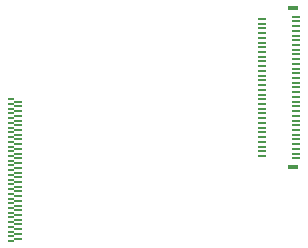
<source format=gtp>
%TF.GenerationSoftware,KiCad,Pcbnew,9.0.3*%
%TF.CreationDate,2025-08-12T01:43:15+03:00*%
%TF.ProjectId,EVF_extender,4556465f-6578-4746-956e-6465722e6b69,rev?*%
%TF.SameCoordinates,Original*%
%TF.FileFunction,Paste,Top*%
%TF.FilePolarity,Positive*%
%FSLAX46Y46*%
G04 Gerber Fmt 4.6, Leading zero omitted, Abs format (unit mm)*
G04 Created by KiCad (PCBNEW 9.0.3) date 2025-08-12 01:43:15*
%MOMM*%
%LPD*%
G01*
G04 APERTURE LIST*
G04 Aperture macros list*
%AMFreePoly0*
4,1,9,0.275000,0.040000,0.275000,-0.040000,0.230000,-0.090000,0.200000,-0.090000,-0.200000,-0.090000,-0.275000,-0.090000,-0.275000,0.090000,0.230000,0.090000,0.275000,0.040000,0.275000,0.040000,$1*%
%AMFreePoly1*
4,1,7,0.350000,-0.090000,-0.300000,-0.090000,-0.350000,-0.040000,-0.350000,0.040000,-0.300000,0.090000,0.350000,0.090000,0.350000,-0.090000,0.350000,-0.090000,$1*%
G04 Aperture macros list end*
%ADD10FreePoly0,0.000000*%
%ADD11FreePoly1,0.000000*%
%ADD12R,0.800000X0.180000*%
%ADD13R,0.650000X0.180000*%
%ADD14R,0.950000X0.400000*%
G04 APERTURE END LIST*
D10*
%TO.C,J4*%
X132850000Y-79000000D03*
D11*
X133500000Y-79200000D03*
D10*
X132850000Y-79400000D03*
D11*
X133500000Y-79600000D03*
D10*
X132850000Y-79800000D03*
D11*
X133500000Y-80000000D03*
D10*
X132850000Y-80200000D03*
D11*
X133500000Y-80400000D03*
D10*
X132850000Y-80600000D03*
D11*
X133500000Y-80800000D03*
D10*
X132850000Y-81000000D03*
D11*
X133500000Y-81200000D03*
D10*
X132850000Y-81400000D03*
D11*
X133500000Y-81600000D03*
D10*
X132850000Y-81800000D03*
D11*
X133500000Y-82000000D03*
D10*
X132850000Y-82200000D03*
D11*
X133500000Y-82400000D03*
D10*
X132850000Y-82600000D03*
D11*
X133500000Y-82800000D03*
D10*
X132850000Y-83000000D03*
D11*
X133500000Y-83200000D03*
D10*
X132850000Y-83400000D03*
D11*
X133500000Y-83600000D03*
D10*
X132850000Y-83800000D03*
D11*
X133500000Y-84000000D03*
D10*
X132850000Y-84200000D03*
D11*
X133500000Y-84400000D03*
D10*
X132850000Y-84600000D03*
D11*
X133500000Y-84800000D03*
D10*
X132850000Y-85000000D03*
D11*
X133500000Y-85200000D03*
D10*
X132850000Y-85400000D03*
D11*
X133500000Y-85600000D03*
D10*
X132850000Y-85800000D03*
D11*
X133500000Y-86000000D03*
D10*
X132850000Y-86200000D03*
D11*
X133500000Y-86400000D03*
D10*
X132850000Y-86600000D03*
D11*
X133500000Y-86800000D03*
D10*
X132850000Y-87000000D03*
D11*
X133500000Y-87200000D03*
D10*
X132850000Y-87400000D03*
D11*
X133500000Y-87600000D03*
D10*
X132850000Y-87800000D03*
D11*
X133500000Y-88000000D03*
D10*
X132850000Y-88200000D03*
D11*
X133500000Y-88400000D03*
D10*
X132850000Y-88600000D03*
D11*
X133500000Y-88800000D03*
D10*
X132850000Y-89000000D03*
D11*
X133500000Y-89200000D03*
D10*
X132850000Y-89400000D03*
D11*
X133500000Y-89600000D03*
D10*
X132850000Y-89800000D03*
D11*
X133500000Y-90000000D03*
D10*
X132850000Y-90200000D03*
D11*
X133500000Y-90400000D03*
D10*
X132850000Y-90600000D03*
D11*
X133500000Y-90800000D03*
D10*
X132850000Y-91000000D03*
%TD*%
D12*
%TO.C,J3*%
X157010000Y-84000000D03*
D13*
X154135000Y-83800000D03*
D12*
X157010000Y-83600000D03*
D13*
X154135000Y-83400000D03*
D12*
X157010000Y-83200000D03*
D13*
X154135000Y-83000000D03*
D12*
X157010000Y-82800000D03*
D13*
X154135000Y-82600000D03*
D12*
X157010000Y-82400000D03*
D13*
X154135000Y-82200000D03*
D12*
X157010000Y-82000000D03*
D13*
X154135000Y-81800000D03*
D12*
X157010000Y-81600000D03*
D13*
X154135000Y-81400000D03*
D12*
X157010000Y-81200000D03*
D13*
X154135000Y-81000000D03*
D12*
X157010000Y-80800000D03*
D13*
X154135000Y-80600000D03*
D12*
X157010000Y-80400000D03*
D13*
X154135000Y-80200000D03*
D12*
X157010000Y-80000000D03*
D13*
X154135000Y-79800000D03*
D12*
X157010000Y-79600000D03*
D13*
X154135000Y-79400000D03*
D12*
X157010000Y-79200000D03*
D13*
X154135000Y-79000000D03*
D12*
X157010000Y-78800000D03*
D13*
X154135000Y-78600000D03*
D12*
X157010000Y-78400000D03*
D13*
X154135000Y-78200000D03*
D12*
X157010000Y-78000000D03*
D13*
X154135000Y-77800000D03*
D12*
X157010000Y-77600000D03*
D13*
X154135000Y-77400000D03*
D12*
X157010000Y-77200000D03*
D13*
X154135000Y-77000000D03*
D12*
X157010000Y-76800000D03*
D13*
X154135000Y-76600000D03*
D12*
X157010000Y-76400000D03*
D13*
X154135000Y-76200000D03*
D12*
X157010000Y-76000000D03*
D13*
X154135000Y-75800000D03*
D12*
X157010000Y-75600000D03*
D13*
X154135000Y-75400000D03*
D12*
X157010000Y-75200000D03*
D13*
X154135000Y-75000000D03*
D12*
X157010000Y-74800000D03*
D13*
X154135000Y-74600000D03*
D12*
X157010000Y-74400000D03*
D13*
X154135000Y-74200000D03*
D12*
X157010000Y-74000000D03*
D13*
X154135000Y-73800000D03*
D12*
X157010000Y-73600000D03*
D13*
X154135000Y-73400000D03*
D12*
X157010000Y-73200000D03*
D13*
X154135000Y-73000000D03*
D12*
X157010000Y-72800000D03*
D13*
X154135000Y-72600000D03*
D12*
X157010000Y-72400000D03*
D13*
X154135000Y-72200000D03*
D12*
X157010000Y-72000000D03*
D14*
X156735000Y-84700000D03*
X156735000Y-71300000D03*
%TD*%
M02*

</source>
